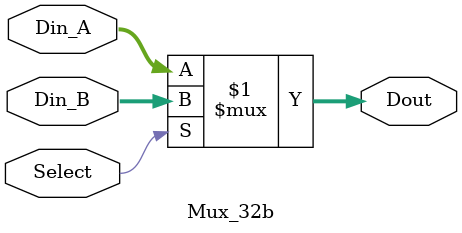
<source format=sv>
`timescale 1ns / 1ps

module Mux_32b #(parameter LENGTH = 32)
(
input wire [LENGTH - 1:0] Din_A, 
input wire [LENGTH - 1:0] Din_B,
input wire Select,
output reg [LENGTH - 1:0] Dout
);

    assign Dout = Select ? Din_B : Din_A;
    
endmodule
</source>
